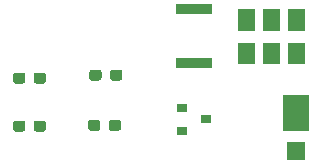
<source format=gbr>
%TF.GenerationSoftware,KiCad,Pcbnew,(5.1.6)-1*%
%TF.CreationDate,2021-01-28T02:18:38-06:00*%
%TF.ProjectId,tool_checkout_cabinet_modules,746f6f6c-5f63-4686-9563-6b6f75745f63,rev?*%
%TF.SameCoordinates,Original*%
%TF.FileFunction,Paste,Top*%
%TF.FilePolarity,Positive*%
%FSLAX46Y46*%
G04 Gerber Fmt 4.6, Leading zero omitted, Abs format (unit mm)*
G04 Created by KiCad (PCBNEW (5.1.6)-1) date 2021-01-28 02:18:38*
%MOMM*%
%LPD*%
G01*
G04 APERTURE LIST*
%ADD10C,0.010000*%
%ADD11R,3.020000X0.970000*%
%ADD12R,1.520000X1.500000*%
%ADD13R,2.200000X3.100000*%
%ADD14R,0.900000X0.800000*%
G04 APERTURE END LIST*
D10*
%TO.C,Q2*%
G36*
X195066000Y-125518000D02*
G01*
X195066000Y-127238000D01*
X193706000Y-127238000D01*
X193706000Y-125518000D01*
X195066000Y-125518000D01*
G37*
X195066000Y-125518000D02*
X195066000Y-127238000D01*
X193706000Y-127238000D01*
X193706000Y-125518000D01*
X195066000Y-125518000D01*
G36*
X197176000Y-125518000D02*
G01*
X197176000Y-127238000D01*
X195816000Y-127238000D01*
X195816000Y-125518000D01*
X197176000Y-125518000D01*
G37*
X197176000Y-125518000D02*
X197176000Y-127238000D01*
X195816000Y-127238000D01*
X195816000Y-125518000D01*
X197176000Y-125518000D01*
G36*
X199286000Y-125518000D02*
G01*
X199286000Y-127238000D01*
X197926000Y-127238000D01*
X197926000Y-125518000D01*
X199286000Y-125518000D01*
G37*
X199286000Y-125518000D02*
X199286000Y-127238000D01*
X197926000Y-127238000D01*
X197926000Y-125518000D01*
X199286000Y-125518000D01*
G36*
X195066000Y-122698000D02*
G01*
X195066000Y-124418000D01*
X193706000Y-124418000D01*
X193706000Y-122698000D01*
X195066000Y-122698000D01*
G37*
X195066000Y-122698000D02*
X195066000Y-124418000D01*
X193706000Y-124418000D01*
X193706000Y-122698000D01*
X195066000Y-122698000D01*
G36*
X197176000Y-122698000D02*
G01*
X197176000Y-124418000D01*
X195816000Y-124418000D01*
X195816000Y-122698000D01*
X197176000Y-122698000D01*
G37*
X197176000Y-122698000D02*
X197176000Y-124418000D01*
X195816000Y-124418000D01*
X195816000Y-122698000D01*
X197176000Y-122698000D01*
G36*
X199286000Y-122698000D02*
G01*
X199286000Y-124418000D01*
X197926000Y-124418000D01*
X197926000Y-122698000D01*
X199286000Y-122698000D01*
G37*
X199286000Y-122698000D02*
X199286000Y-124418000D01*
X197926000Y-124418000D01*
X197926000Y-122698000D01*
X199286000Y-122698000D01*
%TD*%
D11*
%TO.C,Q2*%
X189966000Y-127254000D03*
X189966000Y-122682000D03*
%TD*%
D12*
%TO.C,D1*%
X198628000Y-134713000D03*
D13*
X198628000Y-131493000D03*
%TD*%
D14*
%TO.C,Q1*%
X190976000Y-132014000D03*
X188976000Y-132964000D03*
X188976000Y-131064000D03*
%TD*%
%TO.C,R1*%
G36*
G01*
X176372000Y-128761500D02*
X176372000Y-128286500D01*
G75*
G02*
X176609500Y-128049000I237500J0D01*
G01*
X177184500Y-128049000D01*
G75*
G02*
X177422000Y-128286500I0J-237500D01*
G01*
X177422000Y-128761500D01*
G75*
G02*
X177184500Y-128999000I-237500J0D01*
G01*
X176609500Y-128999000D01*
G75*
G02*
X176372000Y-128761500I0J237500D01*
G01*
G37*
G36*
G01*
X174622000Y-128761500D02*
X174622000Y-128286500D01*
G75*
G02*
X174859500Y-128049000I237500J0D01*
G01*
X175434500Y-128049000D01*
G75*
G02*
X175672000Y-128286500I0J-237500D01*
G01*
X175672000Y-128761500D01*
G75*
G02*
X175434500Y-128999000I-237500J0D01*
G01*
X174859500Y-128999000D01*
G75*
G02*
X174622000Y-128761500I0J237500D01*
G01*
G37*
%TD*%
%TO.C,R2*%
G36*
G01*
X177422000Y-132350500D02*
X177422000Y-132825500D01*
G75*
G02*
X177184500Y-133063000I-237500J0D01*
G01*
X176609500Y-133063000D01*
G75*
G02*
X176372000Y-132825500I0J237500D01*
G01*
X176372000Y-132350500D01*
G75*
G02*
X176609500Y-132113000I237500J0D01*
G01*
X177184500Y-132113000D01*
G75*
G02*
X177422000Y-132350500I0J-237500D01*
G01*
G37*
G36*
G01*
X175672000Y-132350500D02*
X175672000Y-132825500D01*
G75*
G02*
X175434500Y-133063000I-237500J0D01*
G01*
X174859500Y-133063000D01*
G75*
G02*
X174622000Y-132825500I0J237500D01*
G01*
X174622000Y-132350500D01*
G75*
G02*
X174859500Y-132113000I237500J0D01*
G01*
X175434500Y-132113000D01*
G75*
G02*
X175672000Y-132350500I0J-237500D01*
G01*
G37*
%TD*%
%TO.C,R3*%
G36*
G01*
X182835000Y-128507500D02*
X182835000Y-128032500D01*
G75*
G02*
X183072500Y-127795000I237500J0D01*
G01*
X183647500Y-127795000D01*
G75*
G02*
X183885000Y-128032500I0J-237500D01*
G01*
X183885000Y-128507500D01*
G75*
G02*
X183647500Y-128745000I-237500J0D01*
G01*
X183072500Y-128745000D01*
G75*
G02*
X182835000Y-128507500I0J237500D01*
G01*
G37*
G36*
G01*
X181085000Y-128507500D02*
X181085000Y-128032500D01*
G75*
G02*
X181322500Y-127795000I237500J0D01*
G01*
X181897500Y-127795000D01*
G75*
G02*
X182135000Y-128032500I0J-237500D01*
G01*
X182135000Y-128507500D01*
G75*
G02*
X181897500Y-128745000I-237500J0D01*
G01*
X181322500Y-128745000D01*
G75*
G02*
X181085000Y-128507500I0J237500D01*
G01*
G37*
%TD*%
%TO.C,R4*%
G36*
G01*
X182037000Y-132286500D02*
X182037000Y-132761500D01*
G75*
G02*
X181799500Y-132999000I-237500J0D01*
G01*
X181224500Y-132999000D01*
G75*
G02*
X180987000Y-132761500I0J237500D01*
G01*
X180987000Y-132286500D01*
G75*
G02*
X181224500Y-132049000I237500J0D01*
G01*
X181799500Y-132049000D01*
G75*
G02*
X182037000Y-132286500I0J-237500D01*
G01*
G37*
G36*
G01*
X183787000Y-132286500D02*
X183787000Y-132761500D01*
G75*
G02*
X183549500Y-132999000I-237500J0D01*
G01*
X182974500Y-132999000D01*
G75*
G02*
X182737000Y-132761500I0J237500D01*
G01*
X182737000Y-132286500D01*
G75*
G02*
X182974500Y-132049000I237500J0D01*
G01*
X183549500Y-132049000D01*
G75*
G02*
X183787000Y-132286500I0J-237500D01*
G01*
G37*
%TD*%
M02*

</source>
